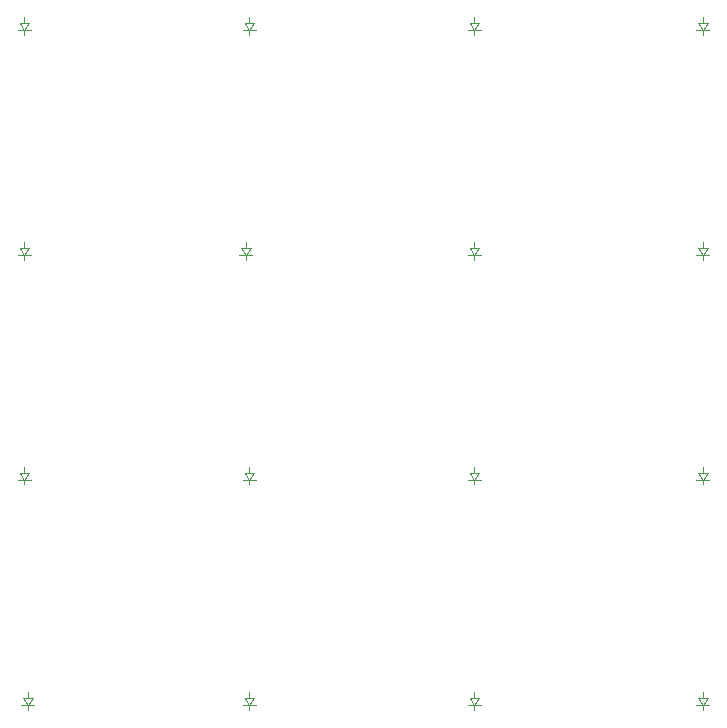
<source format=gbr>
%TF.GenerationSoftware,KiCad,Pcbnew,8.0.5*%
%TF.CreationDate,2024-10-21T23:59:58+02:00*%
%TF.ProjectId,retrooper_keyboard,72657472-6f6f-4706-9572-5f6b6579626f,rev?*%
%TF.SameCoordinates,Original*%
%TF.FileFunction,Legend,Bot*%
%TF.FilePolarity,Positive*%
%FSLAX46Y46*%
G04 Gerber Fmt 4.6, Leading zero omitted, Abs format (unit mm)*
G04 Created by KiCad (PCBNEW 8.0.5) date 2024-10-21 23:59:58*
%MOMM*%
%LPD*%
G01*
G04 APERTURE LIST*
%ADD10C,0.100000*%
G04 APERTURE END LIST*
D10*
%TO.C,D11*%
X171792824Y-88396648D02*
X172892824Y-88396648D01*
X171942824Y-87796648D02*
X172742824Y-87796648D01*
X172342824Y-87296648D02*
X172342824Y-87796648D01*
X172342824Y-88396648D02*
X171942824Y-87796648D01*
X172342824Y-88396648D02*
X172342824Y-88796648D01*
X172742824Y-87796648D02*
X172342824Y-88396648D01*
%TO.C,D10*%
X152742840Y-88396648D02*
X153842840Y-88396648D01*
X152892840Y-87796648D02*
X153692840Y-87796648D01*
X153292840Y-87296648D02*
X153292840Y-87796648D01*
X153292840Y-88396648D02*
X152892840Y-87796648D01*
X153292840Y-88396648D02*
X153292840Y-88796648D01*
X153692840Y-87796648D02*
X153292840Y-88396648D01*
%TO.C,D5*%
X133692856Y-69406192D02*
X134792856Y-69406192D01*
X133842856Y-68806192D02*
X134642856Y-68806192D01*
X134242856Y-68306192D02*
X134242856Y-68806192D01*
X134242856Y-69406192D02*
X133842856Y-68806192D01*
X134242856Y-69406192D02*
X134242856Y-69806192D01*
X134642856Y-68806192D02*
X134242856Y-69406192D01*
%TO.C,D6*%
X152445184Y-69406192D02*
X153545184Y-69406192D01*
X152595184Y-68806192D02*
X153395184Y-68806192D01*
X152995184Y-68306192D02*
X152995184Y-68806192D01*
X152995184Y-69406192D02*
X152595184Y-68806192D01*
X152995184Y-69406192D02*
X152995184Y-69806192D01*
X153395184Y-68806192D02*
X152995184Y-69406192D01*
%TO.C,D3*%
X171792824Y-50356208D02*
X172892824Y-50356208D01*
X171942824Y-49756208D02*
X172742824Y-49756208D01*
X172342824Y-49256208D02*
X172342824Y-49756208D01*
X172342824Y-50356208D02*
X171942824Y-49756208D01*
X172342824Y-50356208D02*
X172342824Y-50756208D01*
X172742824Y-49756208D02*
X172342824Y-50356208D01*
%TO.C,D13*%
X133990512Y-107506160D02*
X135090512Y-107506160D01*
X134140512Y-106906160D02*
X134940512Y-106906160D01*
X134540512Y-106406160D02*
X134540512Y-106906160D01*
X134540512Y-107506160D02*
X134140512Y-106906160D01*
X134540512Y-107506160D02*
X134540512Y-107906160D01*
X134940512Y-106906160D02*
X134540512Y-107506160D01*
%TO.C,D1*%
X133692856Y-50356208D02*
X134792856Y-50356208D01*
X133842856Y-49756208D02*
X134642856Y-49756208D01*
X134242856Y-49256208D02*
X134242856Y-49756208D01*
X134242856Y-50356208D02*
X133842856Y-49756208D01*
X134242856Y-50356208D02*
X134242856Y-50756208D01*
X134642856Y-49756208D02*
X134242856Y-50356208D01*
%TO.C,D8*%
X191140464Y-69406192D02*
X192240464Y-69406192D01*
X191290464Y-68806192D02*
X192090464Y-68806192D01*
X191690464Y-68306192D02*
X191690464Y-68806192D01*
X191690464Y-69406192D02*
X191290464Y-68806192D01*
X191690464Y-69406192D02*
X191690464Y-69806192D01*
X192090464Y-68806192D02*
X191690464Y-69406192D01*
%TO.C,D9*%
X133692856Y-88396648D02*
X134792856Y-88396648D01*
X133842856Y-87796648D02*
X134642856Y-87796648D01*
X134242856Y-87296648D02*
X134242856Y-87796648D01*
X134242856Y-88396648D02*
X133842856Y-87796648D01*
X134242856Y-88396648D02*
X134242856Y-88796648D01*
X134642856Y-87796648D02*
X134242856Y-88396648D01*
%TO.C,D2*%
X152742840Y-50356208D02*
X153842840Y-50356208D01*
X152892840Y-49756208D02*
X153692840Y-49756208D01*
X153292840Y-49256208D02*
X153292840Y-49756208D01*
X153292840Y-50356208D02*
X152892840Y-49756208D01*
X153292840Y-50356208D02*
X153292840Y-50756208D01*
X153692840Y-49756208D02*
X153292840Y-50356208D01*
%TO.C,D4*%
X191140464Y-50356208D02*
X192240464Y-50356208D01*
X191290464Y-49756208D02*
X192090464Y-49756208D01*
X191690464Y-49256208D02*
X191690464Y-49756208D01*
X191690464Y-50356208D02*
X191290464Y-49756208D01*
X191690464Y-50356208D02*
X191690464Y-50756208D01*
X192090464Y-49756208D02*
X191690464Y-50356208D01*
%TO.C,D16*%
X191140464Y-107506160D02*
X192240464Y-107506160D01*
X191290464Y-106906160D02*
X192090464Y-106906160D01*
X191690464Y-106406160D02*
X191690464Y-106906160D01*
X191690464Y-107506160D02*
X191290464Y-106906160D01*
X191690464Y-107506160D02*
X191690464Y-107906160D01*
X192090464Y-106906160D02*
X191690464Y-107506160D01*
%TO.C,D15*%
X171792824Y-107506160D02*
X172892824Y-107506160D01*
X171942824Y-106906160D02*
X172742824Y-106906160D01*
X172342824Y-106406160D02*
X172342824Y-106906160D01*
X172342824Y-107506160D02*
X171942824Y-106906160D01*
X172342824Y-107506160D02*
X172342824Y-107906160D01*
X172742824Y-106906160D02*
X172342824Y-107506160D01*
%TO.C,D7*%
X171792824Y-69406192D02*
X172892824Y-69406192D01*
X171942824Y-68806192D02*
X172742824Y-68806192D01*
X172342824Y-68306192D02*
X172342824Y-68806192D01*
X172342824Y-69406192D02*
X171942824Y-68806192D01*
X172342824Y-69406192D02*
X172342824Y-69806192D01*
X172742824Y-68806192D02*
X172342824Y-69406192D01*
%TO.C,D14*%
X152742840Y-107506160D02*
X153842840Y-107506160D01*
X152892840Y-106906160D02*
X153692840Y-106906160D01*
X153292840Y-106406160D02*
X153292840Y-106906160D01*
X153292840Y-107506160D02*
X152892840Y-106906160D01*
X153292840Y-107506160D02*
X153292840Y-107906160D01*
X153692840Y-106906160D02*
X153292840Y-107506160D01*
%TO.C,D12*%
X191140464Y-88396648D02*
X192240464Y-88396648D01*
X191290464Y-87796648D02*
X192090464Y-87796648D01*
X191690464Y-87296648D02*
X191690464Y-87796648D01*
X191690464Y-88396648D02*
X191290464Y-87796648D01*
X191690464Y-88396648D02*
X191690464Y-88796648D01*
X192090464Y-87796648D02*
X191690464Y-88396648D01*
%TD*%
M02*

</source>
